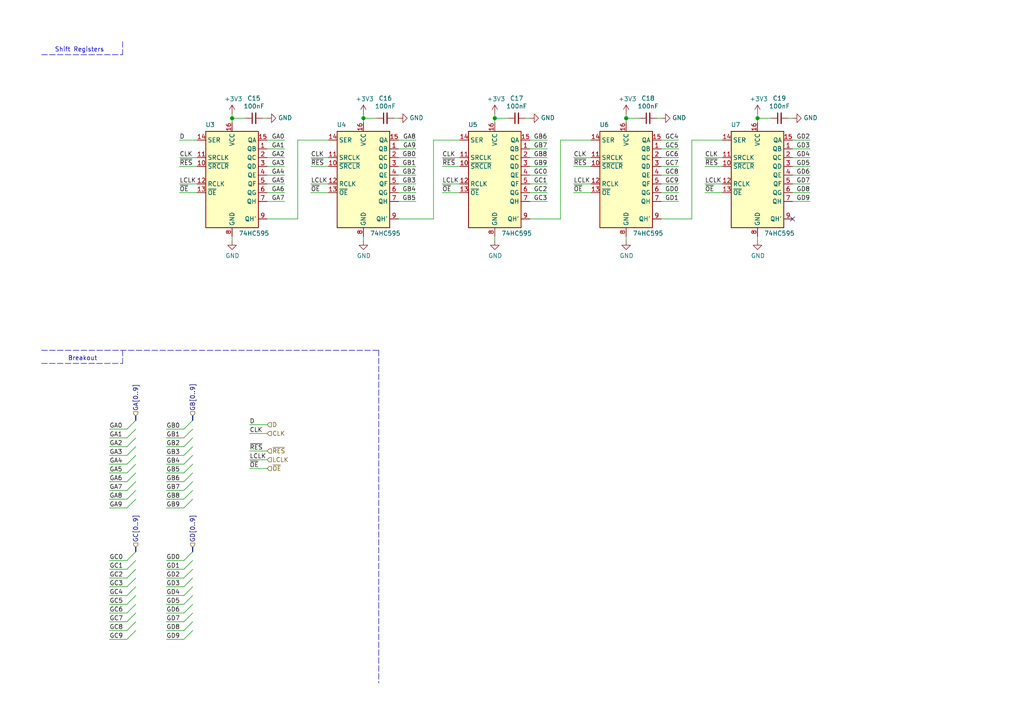
<source format=kicad_sch>
(kicad_sch (version 20210126) (generator eeschema)
  (paper "A4")
  (title_block (title "Nixie Clock - Cathode Registers") (date "2021-03-24") (rev "20210324") (company "Bastian de Byl") (comment 1 "QC: OK"))
  (lib_symbols
    (symbol "74xx:74HC595"
      (property "Reference" "U" (at 6.35 -17.78 0))
      (property "Value" "74HC595" (at -7.62 -17.78 0))
      (symbol "74HC595_1_0"
        (pin tri_state line (at 10.16 7.62 180) (length 2.54) (name "QB") (number "1"))
        (pin input line (at -10.16 2.54 0) (length 2.54) (name "~SRCLR") (number "10"))
        (pin input line (at -10.16 5.08 0) (length 2.54) (name "SRCLK") (number "11"))
        (pin input line (at -10.16 -2.54 0) (length 2.54) (name "RCLK") (number "12"))
        (pin input line (at -10.16 -5.08 0) (length 2.54) (name "~OE") (number "13"))
        (pin input line (at -10.16 10.16 0) (length 2.54) (name "SER") (number "14"))
        (pin tri_state line (at 10.16 10.16 180) (length 2.54) (name "QA") (number "15"))
        (pin power_in line (at 0 15.24 270) (length 2.54) (name "VCC") (number "16"))
        (pin tri_state line (at 10.16 5.08 180) (length 2.54) (name "QC") (number "2"))
        (pin tri_state line (at 10.16 2.54 180) (length 2.54) (name "QD") (number "3"))
        (pin tri_state line (at 10.16 0 180) (length 2.54) (name "QE") (number "4"))
        (pin tri_state line (at 10.16 -2.54 180) (length 2.54) (name "QF") (number "5"))
        (pin tri_state line (at 10.16 -5.08 180) (length 2.54) (name "QG") (number "6"))
        (pin tri_state line (at 10.16 -7.62 180) (length 2.54) (name "QH") (number "7"))
        (pin power_in line (at 0 -17.78 90) (length 2.54) (name "GND") (number "8"))
        (pin output line (at 10.16 -12.7 180) (length 2.54) (name "QH'") (number "9"))
      )
      (symbol "74HC595_1_1"
        (rectangle (start -7.62 12.7) (end 7.62 -15.24) (stroke (width 0.254)) (fill (type background)))
      )
    )
    (symbol "Device:C_Small" (pin_numbers hide) (pin_names (offset 0.254) hide)
      (property "Reference" "C" (at 0.254 1.778 0))
      (property "Value" "C_Small" (at 0.254 -2.032 0))
      (symbol "C_Small_0_1"
        (polyline (pts (xy -1.524 -0.508) (xy 1.524 -0.508)) (stroke (width 0.3302)))
        (polyline (pts (xy -1.524 0.508) (xy 1.524 0.508)) (stroke (width 0.3048)))
      )
      (symbol "C_Small_1_1"
        (pin passive line (at 0 2.54 270) (length 2.032) (name "~") (number "1"))
        (pin passive line (at 0 -2.54 90) (length 2.032) (name "~") (number "2"))
      )
    )
    (symbol "power:+3.3V" (power) (pin_names (offset 0))
      (property "Value" "+3.3V" (at 0 3.556 0))
      (symbol "+3.3V_0_1"
        (polyline (pts (xy -0.762 1.27) (xy 0 2.54)))
        (polyline (pts (xy 0 0) (xy 0 2.54)))
        (polyline (pts (xy 0 2.54) (xy 0.762 1.27)))
      )
      (symbol "+3.3V_1_1"
        (pin power_in line (at 0 0 90) (length 0) hide (name "+3V3") (number "1"))
      )
    )
    (symbol "power:GND" (power) (pin_names (offset 0))
      (property "Value" "GND" (at 0 -3.81 0))
      (symbol "GND_0_1"
        (polyline (pts (xy 0 0) (xy 0 -1.27) (xy 1.27 -1.27) (xy 0 -2.54) (xy -1.27 -1.27) (xy 0 -1.27)))
      )
      (symbol "GND_1_1"
        (pin power_in line (at 0 0 270) (length 0) hide (name "GND") (number "1"))
      )
    )
  )
  (junction (at 67.31 34.29) (diameter 1.016))
  (junction (at 105.41 34.29) (diameter 1.016))
  (junction (at 143.51 34.29) (diameter 1.016))
  (junction (at 181.61 34.29) (diameter 1.016))
  (junction (at 219.71 34.29) (diameter 1.016))
  (no_connect (at 229.87 63.5))
  (bus_entry (at 36.83 124.46) (size 2.54 -2.54) (stroke (width 0.1524)))
  (bus_entry (at 36.83 127) (size 2.54 -2.54) (stroke (width 0.1524)))
  (bus_entry (at 36.83 129.54) (size 2.54 -2.54) (stroke (width 0.1524)))
  (bus_entry (at 36.83 132.08) (size 2.54 -2.54) (stroke (width 0.1524)))
  (bus_entry (at 36.83 134.62) (size 2.54 -2.54) (stroke (width 0.1524)))
  (bus_entry (at 36.83 137.16) (size 2.54 -2.54) (stroke (width 0.1524)))
  (bus_entry (at 36.83 139.7) (size 2.54 -2.54) (stroke (width 0.1524)))
  (bus_entry (at 36.83 142.24) (size 2.54 -2.54) (stroke (width 0.1524)))
  (bus_entry (at 36.83 144.78) (size 2.54 -2.54) (stroke (width 0.1524)))
  (bus_entry (at 36.83 147.32) (size 2.54 -2.54) (stroke (width 0.1524)))
  (bus_entry (at 36.83 162.56) (size 2.54 -2.54) (stroke (width 0.1524)))
  (bus_entry (at 36.83 165.1) (size 2.54 -2.54) (stroke (width 0.1524)))
  (bus_entry (at 36.83 167.64) (size 2.54 -2.54) (stroke (width 0.1524)))
  (bus_entry (at 36.83 170.18) (size 2.54 -2.54) (stroke (width 0.1524)))
  (bus_entry (at 36.83 172.72) (size 2.54 -2.54) (stroke (width 0.1524)))
  (bus_entry (at 36.83 175.26) (size 2.54 -2.54) (stroke (width 0.1524)))
  (bus_entry (at 36.83 177.8) (size 2.54 -2.54) (stroke (width 0.1524)))
  (bus_entry (at 36.83 180.34) (size 2.54 -2.54) (stroke (width 0.1524)))
  (bus_entry (at 36.83 182.88) (size 2.54 -2.54) (stroke (width 0.1524)))
  (bus_entry (at 36.83 185.42) (size 2.54 -2.54) (stroke (width 0.1524)))
  (bus_entry (at 53.34 124.46) (size 2.54 -2.54) (stroke (width 0.1524)))
  (bus_entry (at 53.34 127) (size 2.54 -2.54) (stroke (width 0.1524)))
  (bus_entry (at 53.34 129.54) (size 2.54 -2.54) (stroke (width 0.1524)))
  (bus_entry (at 53.34 132.08) (size 2.54 -2.54) (stroke (width 0.1524)))
  (bus_entry (at 53.34 134.62) (size 2.54 -2.54) (stroke (width 0.1524)))
  (bus_entry (at 53.34 137.16) (size 2.54 -2.54) (stroke (width 0.1524)))
  (bus_entry (at 53.34 139.7) (size 2.54 -2.54) (stroke (width 0.1524)))
  (bus_entry (at 53.34 142.24) (size 2.54 -2.54) (stroke (width 0.1524)))
  (bus_entry (at 53.34 144.78) (size 2.54 -2.54) (stroke (width 0.1524)))
  (bus_entry (at 53.34 147.32) (size 2.54 -2.54) (stroke (width 0.1524)))
  (bus_entry (at 53.34 162.56) (size 2.54 -2.54) (stroke (width 0.1524)))
  (bus_entry (at 53.34 165.1) (size 2.54 -2.54) (stroke (width 0.1524)))
  (bus_entry (at 53.34 167.64) (size 2.54 -2.54) (stroke (width 0.1524)))
  (bus_entry (at 53.34 170.18) (size 2.54 -2.54) (stroke (width 0.1524)))
  (bus_entry (at 53.34 172.72) (size 2.54 -2.54) (stroke (width 0.1524)))
  (bus_entry (at 53.34 175.26) (size 2.54 -2.54) (stroke (width 0.1524)))
  (bus_entry (at 53.34 177.8) (size 2.54 -2.54) (stroke (width 0.1524)))
  (bus_entry (at 53.34 180.34) (size 2.54 -2.54) (stroke (width 0.1524)))
  (bus_entry (at 53.34 182.88) (size 2.54 -2.54) (stroke (width 0.1524)))
  (bus_entry (at 53.34 185.42) (size 2.54 -2.54) (stroke (width 0.1524)))
  (wire (pts (xy 31.75 124.46) (xy 36.83 124.46)))
  (wire (pts (xy 31.75 127) (xy 36.83 127)))
  (wire (pts (xy 31.75 129.54) (xy 36.83 129.54)))
  (wire (pts (xy 31.75 132.08) (xy 36.83 132.08)))
  (wire (pts (xy 31.75 134.62) (xy 36.83 134.62)))
  (wire (pts (xy 31.75 137.16) (xy 36.83 137.16)))
  (wire (pts (xy 31.75 139.7) (xy 36.83 139.7)))
  (wire (pts (xy 31.75 142.24) (xy 36.83 142.24)))
  (wire (pts (xy 31.75 144.78) (xy 36.83 144.78)))
  (wire (pts (xy 31.75 147.32) (xy 36.83 147.32)))
  (wire (pts (xy 31.75 162.56) (xy 36.83 162.56)))
  (wire (pts (xy 31.75 165.1) (xy 36.83 165.1)))
  (wire (pts (xy 31.75 167.64) (xy 36.83 167.64)))
  (wire (pts (xy 31.75 170.18) (xy 36.83 170.18)))
  (wire (pts (xy 31.75 172.72) (xy 36.83 172.72)))
  (wire (pts (xy 31.75 175.26) (xy 36.83 175.26)))
  (wire (pts (xy 31.75 177.8) (xy 36.83 177.8)))
  (wire (pts (xy 31.75 180.34) (xy 36.83 180.34)))
  (wire (pts (xy 31.75 182.88) (xy 36.83 182.88)))
  (wire (pts (xy 31.75 185.42) (xy 36.83 185.42)))
  (wire (pts (xy 48.26 124.46) (xy 53.34 124.46)))
  (wire (pts (xy 48.26 127) (xy 53.34 127)))
  (wire (pts (xy 48.26 129.54) (xy 53.34 129.54)))
  (wire (pts (xy 48.26 132.08) (xy 53.34 132.08)))
  (wire (pts (xy 48.26 134.62) (xy 53.34 134.62)))
  (wire (pts (xy 48.26 137.16) (xy 53.34 137.16)))
  (wire (pts (xy 48.26 139.7) (xy 53.34 139.7)))
  (wire (pts (xy 48.26 142.24) (xy 53.34 142.24)))
  (wire (pts (xy 48.26 144.78) (xy 53.34 144.78)))
  (wire (pts (xy 48.26 147.32) (xy 53.34 147.32)))
  (wire (pts (xy 48.26 162.56) (xy 53.34 162.56)))
  (wire (pts (xy 48.26 165.1) (xy 53.34 165.1)))
  (wire (pts (xy 48.26 167.64) (xy 53.34 167.64)))
  (wire (pts (xy 48.26 170.18) (xy 53.34 170.18)))
  (wire (pts (xy 48.26 172.72) (xy 53.34 172.72)))
  (wire (pts (xy 48.26 175.26) (xy 53.34 175.26)))
  (wire (pts (xy 48.26 177.8) (xy 53.34 177.8)))
  (wire (pts (xy 48.26 180.34) (xy 53.34 180.34)))
  (wire (pts (xy 48.26 182.88) (xy 53.34 182.88)))
  (wire (pts (xy 48.26 185.42) (xy 53.34 185.42)))
  (wire (pts (xy 52.07 40.64) (xy 57.15 40.64)))
  (wire (pts (xy 52.07 45.72) (xy 57.15 45.72)))
  (wire (pts (xy 52.07 48.26) (xy 57.15 48.26)))
  (wire (pts (xy 52.07 53.34) (xy 57.15 53.34)))
  (wire (pts (xy 52.07 55.88) (xy 57.15 55.88)))
  (wire (pts (xy 67.31 33.02) (xy 67.31 34.29)))
  (wire (pts (xy 67.31 34.29) (xy 67.31 35.56)))
  (wire (pts (xy 67.31 34.29) (xy 71.12 34.29)))
  (wire (pts (xy 67.31 68.58) (xy 67.31 69.85)))
  (wire (pts (xy 72.39 123.19) (xy 77.47 123.19)))
  (wire (pts (xy 72.39 125.73) (xy 77.47 125.73)))
  (wire (pts (xy 72.39 130.81) (xy 77.47 130.81)))
  (wire (pts (xy 72.39 133.35) (xy 77.47 133.35)))
  (wire (pts (xy 72.39 135.89) (xy 77.47 135.89)))
  (wire (pts (xy 76.2 34.29) (xy 77.47 34.29)))
  (wire (pts (xy 77.47 40.64) (xy 82.55 40.64)))
  (wire (pts (xy 77.47 43.18) (xy 82.55 43.18)))
  (wire (pts (xy 77.47 45.72) (xy 82.55 45.72)))
  (wire (pts (xy 77.47 48.26) (xy 82.55 48.26)))
  (wire (pts (xy 77.47 50.8) (xy 82.55 50.8)))
  (wire (pts (xy 77.47 53.34) (xy 82.55 53.34)))
  (wire (pts (xy 77.47 55.88) (xy 82.55 55.88)))
  (wire (pts (xy 77.47 58.42) (xy 82.55 58.42)))
  (wire (pts (xy 77.47 63.5) (xy 86.36 63.5)))
  (wire (pts (xy 86.36 40.64) (xy 95.25 40.64)))
  (wire (pts (xy 86.36 63.5) (xy 86.36 40.64)))
  (wire (pts (xy 90.17 45.72) (xy 95.25 45.72)))
  (wire (pts (xy 90.17 48.26) (xy 95.25 48.26)))
  (wire (pts (xy 90.17 53.34) (xy 95.25 53.34)))
  (wire (pts (xy 90.17 55.88) (xy 95.25 55.88)))
  (wire (pts (xy 105.41 33.02) (xy 105.41 34.29)))
  (wire (pts (xy 105.41 34.29) (xy 105.41 35.56)))
  (wire (pts (xy 105.41 34.29) (xy 109.22 34.29)))
  (wire (pts (xy 105.41 68.58) (xy 105.41 69.85)))
  (wire (pts (xy 114.3 34.29) (xy 115.57 34.29)))
  (wire (pts (xy 115.57 40.64) (xy 120.65 40.64)))
  (wire (pts (xy 115.57 43.18) (xy 120.65 43.18)))
  (wire (pts (xy 115.57 45.72) (xy 120.65 45.72)))
  (wire (pts (xy 115.57 48.26) (xy 120.65 48.26)))
  (wire (pts (xy 115.57 50.8) (xy 120.65 50.8)))
  (wire (pts (xy 115.57 53.34) (xy 120.65 53.34)))
  (wire (pts (xy 115.57 55.88) (xy 120.65 55.88)))
  (wire (pts (xy 115.57 58.42) (xy 120.65 58.42)))
  (wire (pts (xy 115.57 63.5) (xy 125.73 63.5)))
  (wire (pts (xy 125.73 40.64) (xy 133.35 40.64)))
  (wire (pts (xy 125.73 63.5) (xy 125.73 40.64)))
  (wire (pts (xy 128.27 45.72) (xy 133.35 45.72)))
  (wire (pts (xy 128.27 48.26) (xy 133.35 48.26)))
  (wire (pts (xy 128.27 53.34) (xy 133.35 53.34)))
  (wire (pts (xy 128.27 55.88) (xy 133.35 55.88)))
  (wire (pts (xy 143.51 33.02) (xy 143.51 34.29)))
  (wire (pts (xy 143.51 34.29) (xy 143.51 35.56)))
  (wire (pts (xy 143.51 34.29) (xy 147.32 34.29)))
  (wire (pts (xy 143.51 68.58) (xy 143.51 69.85)))
  (wire (pts (xy 152.4 34.29) (xy 153.67 34.29)))
  (wire (pts (xy 153.67 40.64) (xy 158.75 40.64)))
  (wire (pts (xy 153.67 43.18) (xy 158.75 43.18)))
  (wire (pts (xy 153.67 45.72) (xy 158.75 45.72)))
  (wire (pts (xy 153.67 48.26) (xy 158.75 48.26)))
  (wire (pts (xy 153.67 50.8) (xy 158.75 50.8)))
  (wire (pts (xy 153.67 53.34) (xy 158.75 53.34)))
  (wire (pts (xy 153.67 55.88) (xy 158.75 55.88)))
  (wire (pts (xy 153.67 58.42) (xy 158.75 58.42)))
  (wire (pts (xy 153.67 63.5) (xy 162.56 63.5)))
  (wire (pts (xy 162.56 40.64) (xy 171.45 40.64)))
  (wire (pts (xy 162.56 63.5) (xy 162.56 40.64)))
  (wire (pts (xy 166.37 45.72) (xy 171.45 45.72)))
  (wire (pts (xy 166.37 48.26) (xy 171.45 48.26)))
  (wire (pts (xy 166.37 53.34) (xy 171.45 53.34)))
  (wire (pts (xy 166.37 55.88) (xy 171.45 55.88)))
  (wire (pts (xy 181.61 33.02) (xy 181.61 34.29)))
  (wire (pts (xy 181.61 34.29) (xy 181.61 35.56)))
  (wire (pts (xy 181.61 34.29) (xy 185.42 34.29)))
  (wire (pts (xy 181.61 68.58) (xy 181.61 69.85)))
  (wire (pts (xy 190.5 34.29) (xy 191.77 34.29)))
  (wire (pts (xy 191.77 40.64) (xy 196.85 40.64)))
  (wire (pts (xy 191.77 43.18) (xy 196.85 43.18)))
  (wire (pts (xy 191.77 45.72) (xy 196.85 45.72)))
  (wire (pts (xy 191.77 48.26) (xy 196.85 48.26)))
  (wire (pts (xy 191.77 50.8) (xy 196.85 50.8)))
  (wire (pts (xy 191.77 53.34) (xy 196.85 53.34)))
  (wire (pts (xy 191.77 55.88) (xy 196.85 55.88)))
  (wire (pts (xy 191.77 58.42) (xy 196.85 58.42)))
  (wire (pts (xy 191.77 63.5) (xy 200.66 63.5)))
  (wire (pts (xy 200.66 40.64) (xy 209.55 40.64)))
  (wire (pts (xy 200.66 63.5) (xy 200.66 40.64)))
  (wire (pts (xy 204.47 45.72) (xy 209.55 45.72)))
  (wire (pts (xy 204.47 48.26) (xy 209.55 48.26)))
  (wire (pts (xy 204.47 53.34) (xy 209.55 53.34)))
  (wire (pts (xy 204.47 55.88) (xy 209.55 55.88)))
  (wire (pts (xy 219.71 33.02) (xy 219.71 34.29)))
  (wire (pts (xy 219.71 34.29) (xy 219.71 35.56)))
  (wire (pts (xy 219.71 34.29) (xy 223.52 34.29)))
  (wire (pts (xy 219.71 68.58) (xy 219.71 69.85)))
  (wire (pts (xy 228.6 34.29) (xy 229.87 34.29)))
  (wire (pts (xy 229.87 40.64) (xy 234.95 40.64)))
  (wire (pts (xy 229.87 43.18) (xy 234.95 43.18)))
  (wire (pts (xy 229.87 45.72) (xy 234.95 45.72)))
  (wire (pts (xy 229.87 48.26) (xy 234.95 48.26)))
  (wire (pts (xy 229.87 50.8) (xy 234.95 50.8)))
  (wire (pts (xy 229.87 53.34) (xy 234.95 53.34)))
  (wire (pts (xy 229.87 55.88) (xy 234.95 55.88)))
  (wire (pts (xy 229.87 58.42) (xy 234.95 58.42)))
  (bus (pts (xy 39.37 120.65) (xy 39.37 144.78)))
  (bus (pts (xy 39.37 158.75) (xy 39.37 182.88)))
  (bus (pts (xy 55.88 120.65) (xy 55.88 144.78)))
  (bus (pts (xy 55.88 158.75) (xy 55.88 182.88)))
  (polyline (pts (xy 12.065 15.875) (xy 35.56 15.875)) (stroke (width 0.152) (type dash)))
  (polyline (pts (xy 12.065 101.6) (xy 109.855 101.6)) (stroke (width 0.1524) (type dash)))
  (polyline (pts (xy 12.065 105.41) (xy 35.56 105.41)) (stroke (width 0.152) (type dash)))
  (polyline (pts (xy 35.56 12.065) (xy 35.56 15.875)) (stroke (width 0.152) (type dash)))
  (polyline (pts (xy 35.56 101.6) (xy 35.56 105.41)) (stroke (width 0.152) (type dash)))
  (polyline (pts (xy 109.855 101.6) (xy 109.855 198.12)) (stroke (width 0.1524) (type dash)))
  (text "Shift Registers" (at 15.875 15.24 0) (effects (font (size 1.27 1.27)) (justify left bottom)))
  (text "Breakout" (at 19.685 104.775 0) (effects (font (size 1.27 1.27)) (justify left bottom)))
  (label "GA0" (at 31.75 124.46 0))
  (label "GA1" (at 31.75 127 0))
  (label "GA2" (at 31.75 129.54 0))
  (label "GA3" (at 31.75 132.08 0))
  (label "GA4" (at 31.75 134.62 0))
  (label "GA5" (at 31.75 137.16 0))
  (label "GA6" (at 31.75 139.7 0))
  (label "GA7" (at 31.75 142.24 0))
  (label "GA8" (at 31.75 144.78 0))
  (label "GA9" (at 31.75 147.32 0))
  (label "GC0" (at 31.75 162.56 0))
  (label "GC1" (at 31.75 165.1 0))
  (label "GC2" (at 31.75 167.64 0))
  (label "GC3" (at 31.75 170.18 0))
  (label "GC4" (at 31.75 172.72 0))
  (label "GC5" (at 31.75 175.26 0))
  (label "GC6" (at 31.75 177.8 0))
  (label "GC7" (at 31.75 180.34 0))
  (label "GC8" (at 31.75 182.88 0))
  (label "GC9" (at 31.75 185.42 0))
  (label "GB0" (at 48.26 124.46 0))
  (label "GB1" (at 48.26 127 0))
  (label "GB2" (at 48.26 129.54 0))
  (label "GB3" (at 48.26 132.08 0))
  (label "GB4" (at 48.26 134.62 0))
  (label "GB5" (at 48.26 137.16 0))
  (label "GB6" (at 48.26 139.7 0))
  (label "GB7" (at 48.26 142.24 0))
  (label "GB8" (at 48.26 144.78 0))
  (label "GB9" (at 48.26 147.32 0))
  (label "GD0" (at 48.26 162.56 0))
  (label "GD1" (at 48.26 165.1 0))
  (label "GD2" (at 48.26 167.64 0))
  (label "GD3" (at 48.26 170.18 0))
  (label "GD4" (at 48.26 172.72 0))
  (label "GD5" (at 48.26 175.26 0))
  (label "GD6" (at 48.26 177.8 0))
  (label "GD7" (at 48.26 180.34 0))
  (label "GD8" (at 48.26 182.88 0))
  (label "GD9" (at 48.26 185.42 0))
  (label "D" (at 52.07 40.64 0))
  (label "CLK" (at 52.07 45.72 0))
  (label "~RES" (at 52.07 48.26 0))
  (label "LCLK" (at 52.07 53.34 0))
  (label "~OE" (at 52.07 55.88 0))
  (label "D" (at 72.39 123.19 0))
  (label "CLK" (at 72.39 125.73 0))
  (label "~RES" (at 72.39 130.81 0))
  (label "LCLK" (at 72.39 133.35 0))
  (label "~OE" (at 72.39 135.89 0))
  (label "GA0" (at 82.55 40.64 180))
  (label "GA1" (at 82.55 43.18 180))
  (label "GA2" (at 82.55 45.72 180))
  (label "GA3" (at 82.55 48.26 180))
  (label "GA4" (at 82.55 50.8 180))
  (label "GA5" (at 82.55 53.34 180))
  (label "GA6" (at 82.55 55.88 180))
  (label "GA7" (at 82.55 58.42 180))
  (label "CLK" (at 90.17 45.72 0))
  (label "~RES" (at 90.17 48.26 0))
  (label "LCLK" (at 90.17 53.34 0))
  (label "~OE" (at 90.17 55.88 0))
  (label "GA8" (at 120.65 40.64 180))
  (label "GA9" (at 120.65 43.18 180))
  (label "GB0" (at 120.65 45.72 180))
  (label "GB1" (at 120.65 48.26 180))
  (label "GB2" (at 120.65 50.8 180))
  (label "GB3" (at 120.65 53.34 180))
  (label "GB4" (at 120.65 55.88 180))
  (label "GB5" (at 120.65 58.42 180))
  (label "CLK" (at 128.27 45.72 0))
  (label "~RES" (at 128.27 48.26 0))
  (label "LCLK" (at 128.27 53.34 0))
  (label "~OE" (at 128.27 55.88 0))
  (label "GB6" (at 158.75 40.64 180))
  (label "GB7" (at 158.75 43.18 180))
  (label "GB8" (at 158.75 45.72 180))
  (label "GB9" (at 158.75 48.26 180))
  (label "GC0" (at 158.75 50.8 180))
  (label "GC1" (at 158.75 53.34 180))
  (label "GC2" (at 158.75 55.88 180))
  (label "GC3" (at 158.75 58.42 180))
  (label "CLK" (at 166.37 45.72 0))
  (label "~RES" (at 166.37 48.26 0))
  (label "LCLK" (at 166.37 53.34 0))
  (label "~OE" (at 166.37 55.88 0))
  (label "GC4" (at 196.85 40.64 180))
  (label "GC5" (at 196.85 43.18 180))
  (label "GC6" (at 196.85 45.72 180))
  (label "GC7" (at 196.85 48.26 180))
  (label "GC8" (at 196.85 50.8 180))
  (label "GC9" (at 196.85 53.34 180))
  (label "GD0" (at 196.85 55.88 180))
  (label "GD1" (at 196.85 58.42 180))
  (label "CLK" (at 204.47 45.72 0))
  (label "~RES" (at 204.47 48.26 0))
  (label "LCLK" (at 204.47 53.34 0))
  (label "~OE" (at 204.47 55.88 0))
  (label "GD2" (at 234.95 40.64 180))
  (label "GD3" (at 234.95 43.18 180))
  (label "GD4" (at 234.95 45.72 180))
  (label "GD5" (at 234.95 48.26 180))
  (label "GD6" (at 234.95 50.8 180))
  (label "GD7" (at 234.95 53.34 180))
  (label "GD8" (at 234.95 55.88 180))
  (label "GD9" (at 234.95 58.42 180))
  (hierarchical_label "GA[0..9]" (shape input) (at 39.37 120.65 90))
  (hierarchical_label "GC[0..9]" (shape input) (at 39.37 158.75 90))
  (hierarchical_label "GB[0..9]" (shape input) (at 55.88 120.65 90))
  (hierarchical_label "GD[0..9]" (shape input) (at 55.88 158.75 90))
  (hierarchical_label "D" (shape input) (at 77.47 123.19 0))
  (hierarchical_label "CLK" (shape input) (at 77.47 125.73 0))
  (hierarchical_label "~RES" (shape input) (at 77.47 130.81 0))
  (hierarchical_label "LCLK" (shape input) (at 77.47 133.35 0))
  (hierarchical_label "~OE" (shape input) (at 77.47 135.89 0))
  (symbol (lib_id "power:+3.3V") (at 67.31 33.02 0) (unit 1)
    (property "Reference" "#PWR070" (effects hide))
    (property "Value" "+3.3V" (at 67.6783 28.6956 0))
  )
  (symbol (lib_id "power:+3.3V") (at 105.41 33.02 0) (unit 1)
    (property "Reference" "#PWR071" (effects hide))
    (property "Value" "+3.3V" (at 105.7783 28.6956 0))
  )
  (symbol (lib_id "power:+3.3V") (at 143.51 33.02 0) (unit 1)
    (property "Reference" "#PWR072" (effects hide))
    (property "Value" "+3.3V" (at 143.8783 28.6956 0))
  )
  (symbol (lib_id "power:+3.3V") (at 181.61 33.02 0) (unit 1)
    (property "Reference" "#PWR073" (effects hide))
    (property "Value" "+3.3V" (at 181.9783 28.6956 0))
  )
  (symbol (lib_id "power:+3.3V") (at 219.71 33.02 0) (unit 1)
    (property "Reference" "#PWR074" (effects hide))
    (property "Value" "+3.3V" (at 220.0783 28.6956 0))
  )
  (symbol (lib_id "power:GND") (at 67.31 69.85 0) (unit 1)
    (property "Reference" "#PWR080" (effects hide))
    (property "Value" "GND" (at 67.4243 74.1744 0))
  )
  (symbol (lib_id "power:GND") (at 77.47 34.29 90) (unit 1)
    (property "Reference" "#PWR075" (effects hide))
    (property "Value" "GND" (at 80.6451 34.1757 90) (effects (justify right)))
  )
  (symbol (lib_id "power:GND") (at 105.41 69.85 0) (unit 1)
    (property "Reference" "#PWR081" (effects hide))
    (property "Value" "GND" (at 105.5243 74.1744 0))
  )
  (symbol (lib_id "power:GND") (at 115.57 34.29 90) (unit 1)
    (property "Reference" "#PWR076" (effects hide))
    (property "Value" "GND" (at 118.7451 34.1757 90) (effects (justify right)))
  )
  (symbol (lib_id "power:GND") (at 143.51 69.85 0) (unit 1)
    (property "Reference" "#PWR082" (effects hide))
    (property "Value" "GND" (at 143.6243 74.1744 0))
  )
  (symbol (lib_id "power:GND") (at 153.67 34.29 90) (unit 1)
    (property "Reference" "#PWR077" (effects hide))
    (property "Value" "GND" (at 156.8451 34.1757 90) (effects (justify right)))
  )
  (symbol (lib_id "power:GND") (at 181.61 69.85 0) (unit 1)
    (property "Reference" "#PWR083" (effects hide))
    (property "Value" "GND" (at 181.7243 74.1744 0))
  )
  (symbol (lib_id "power:GND") (at 191.77 34.29 90) (unit 1)
    (property "Reference" "#PWR078" (effects hide))
    (property "Value" "GND" (at 194.9451 34.1757 90) (effects (justify right)))
  )
  (symbol (lib_id "power:GND") (at 219.71 69.85 0) (unit 1)
    (property "Reference" "#PWR084" (effects hide))
    (property "Value" "GND" (at 219.8243 74.1744 0))
  )
  (symbol (lib_id "power:GND") (at 229.87 34.29 90) (unit 1)
    (property "Reference" "#PWR079" (effects hide))
    (property "Value" "GND" (at 233.0451 34.1757 90) (effects (justify right)))
  )
  (symbol (lib_id "Device:C_Small") (at 73.66 34.29 90) (unit 1)
    (property "Reference" "C15" (at 73.66 28.5177 90))
    (property "Value" "100nF" (at 73.66 30.816 90))
    (property "Footprint" "Capacitor_SMD:C_0603_1608Metric_Pad1.05x0.95mm_HandSolder" (effects hide))
  )
  (symbol (lib_id "Device:C_Small") (at 111.76 34.29 90) (unit 1)
    (property "Reference" "C16" (at 111.76 28.5177 90))
    (property "Value" "100nF" (at 111.76 30.816 90))
    (property "Footprint" "Capacitor_SMD:C_0603_1608Metric_Pad1.05x0.95mm_HandSolder" (effects hide))
  )
  (symbol (lib_id "Device:C_Small") (at 149.86 34.29 90) (unit 1)
    (property "Reference" "C17" (at 149.86 28.5177 90))
    (property "Value" "100nF" (at 149.86 30.816 90))
    (property "Footprint" "Capacitor_SMD:C_0603_1608Metric_Pad1.05x0.95mm_HandSolder" (effects hide))
  )
  (symbol (lib_id "Device:C_Small") (at 187.96 34.29 90) (unit 1)
    (property "Reference" "C18" (at 187.96 28.5177 90))
    (property "Value" "100nF" (at 187.96 30.816 90))
    (property "Footprint" "Capacitor_SMD:C_0603_1608Metric_Pad1.05x0.95mm_HandSolder" (effects hide))
  )
  (symbol (lib_id "Device:C_Small") (at 226.06 34.29 90) (unit 1)
    (property "Reference" "C19" (at 226.06 28.5177 90))
    (property "Value" "100nF" (at 226.06 30.816 90))
    (property "Footprint" "Capacitor_SMD:C_0603_1608Metric_Pad1.05x0.95mm_HandSolder" (effects hide))
  )
  (symbol (lib_id "74xx:74HC595") (at 67.31 50.8 0) (unit 1)
    (property "Reference" "U3" (at 60.96 36.1758 0))
    (property "Value" "74HC595" (at 73.66 67.6845 0))
    (property "Footprint" "Package_SO:SOIC-16_4.55x10.3mm_P1.27mm" (effects hide))
    (property "Datasheet" "http://www.ti.com/lit/ds/symlink/sn74hc595.pdf" (effects hide))
  )
  (symbol (lib_id "74xx:74HC595") (at 105.41 50.8 0) (unit 1)
    (property "Reference" "U4" (at 99.06 36.1758 0))
    (property "Value" "74HC595" (at 111.76 67.6845 0))
    (property "Footprint" "Package_SO:SOIC-16_4.55x10.3mm_P1.27mm" (effects hide))
    (property "Datasheet" "http://www.ti.com/lit/ds/symlink/sn74hc595.pdf" (effects hide))
  )
  (symbol (lib_id "74xx:74HC595") (at 143.51 50.8 0) (unit 1)
    (property "Reference" "U5" (at 137.16 36.1758 0))
    (property "Value" "74HC595" (at 149.86 67.6845 0))
    (property "Footprint" "Package_SO:SOIC-16_4.55x10.3mm_P1.27mm" (effects hide))
    (property "Datasheet" "http://www.ti.com/lit/ds/symlink/sn74hc595.pdf" (effects hide))
  )
  (symbol (lib_id "74xx:74HC595") (at 181.61 50.8 0) (unit 1)
    (property "Reference" "U6" (at 175.26 36.1758 0))
    (property "Value" "74HC595" (at 187.96 67.6845 0))
    (property "Footprint" "Package_SO:SOIC-16_4.55x10.3mm_P1.27mm" (effects hide))
    (property "Datasheet" "http://www.ti.com/lit/ds/symlink/sn74hc595.pdf" (effects hide))
  )
  (symbol (lib_id "74xx:74HC595") (at 219.71 50.8 0) (unit 1)
    (property "Reference" "U7" (at 213.36 36.1758 0))
    (property "Value" "74HC595" (at 226.06 67.6845 0))
    (property "Footprint" "Package_SO:SOIC-16_4.55x10.3mm_P1.27mm" (effects hide))
    (property "Datasheet" "http://www.ti.com/lit/ds/symlink/sn74hc595.pdf" (effects hide))
  )
)
</source>
